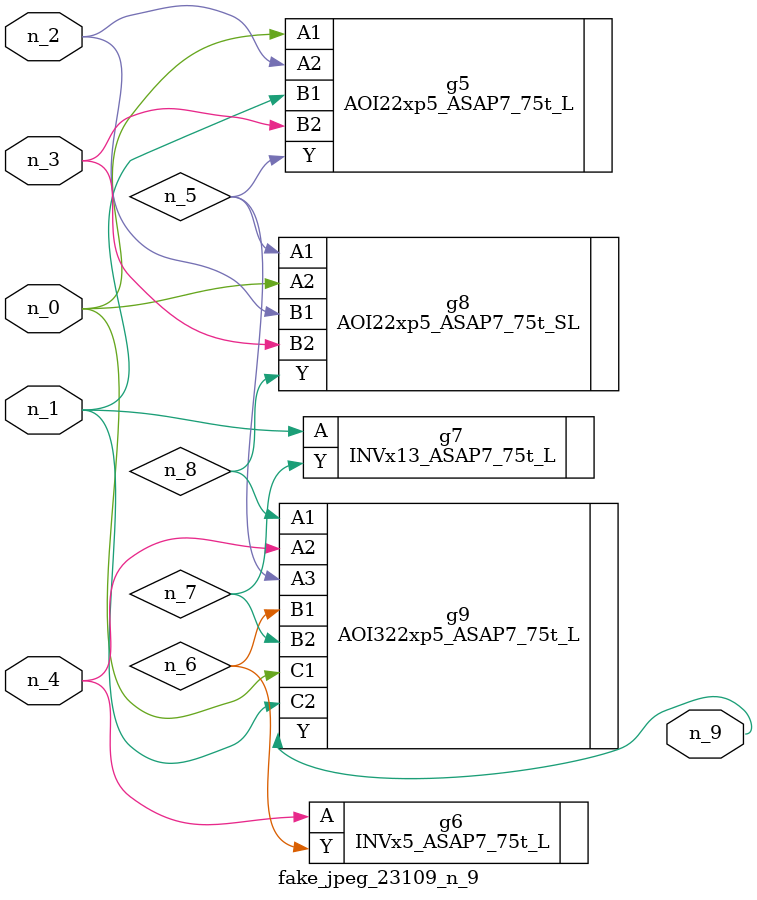
<source format=v>
module fake_jpeg_23109_n_9 (n_3, n_2, n_1, n_0, n_4, n_9);

input n_3;
input n_2;
input n_1;
input n_0;
input n_4;

output n_9;

wire n_8;
wire n_6;
wire n_5;
wire n_7;

AOI22xp5_ASAP7_75t_L g5 ( 
.A1(n_0),
.A2(n_2),
.B1(n_1),
.B2(n_3),
.Y(n_5)
);

INVx5_ASAP7_75t_L g6 ( 
.A(n_4),
.Y(n_6)
);

INVx13_ASAP7_75t_L g7 ( 
.A(n_1),
.Y(n_7)
);

AOI22xp5_ASAP7_75t_SL g8 ( 
.A1(n_5),
.A2(n_0),
.B1(n_2),
.B2(n_3),
.Y(n_8)
);

AOI322xp5_ASAP7_75t_L g9 ( 
.A1(n_8),
.A2(n_4),
.A3(n_5),
.B1(n_6),
.B2(n_7),
.C1(n_0),
.C2(n_1),
.Y(n_9)
);


endmodule
</source>
